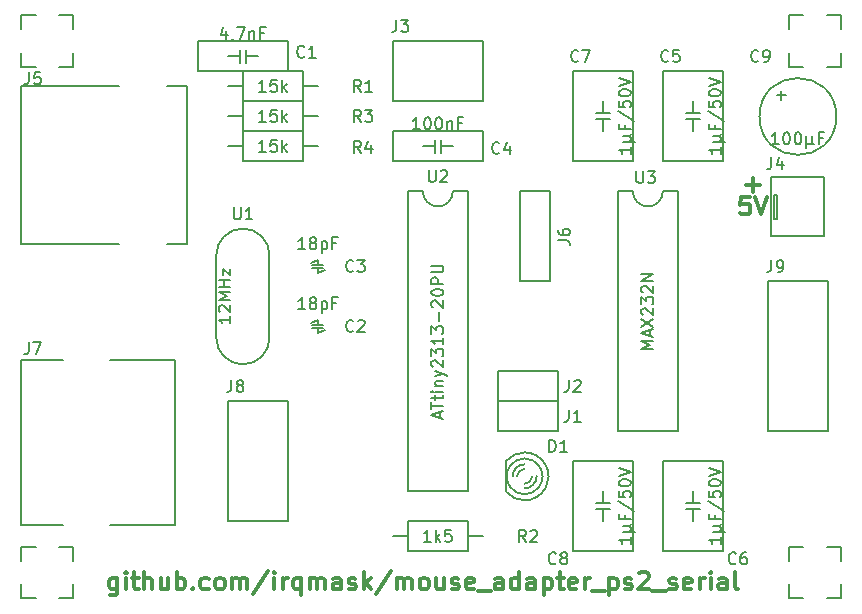
<source format=gbr>
G04 #@! TF.GenerationSoftware,KiCad,Pcbnew,5.1.12-84ad8e8a86~92~ubuntu20.04.1*
G04 #@! TF.CreationDate,2021-12-10T13:48:26+01:00*
G04 #@! TF.ProjectId,mouse,6d6f7573-652e-46b6-9963-61645f706362,1*
G04 #@! TF.SameCoordinates,Original*
G04 #@! TF.FileFunction,Legend,Top*
G04 #@! TF.FilePolarity,Positive*
%FSLAX46Y46*%
G04 Gerber Fmt 4.6, Leading zero omitted, Abs format (unit mm)*
G04 Created by KiCad (PCBNEW 5.1.12-84ad8e8a86~92~ubuntu20.04.1) date 2021-12-10 13:48:26*
%MOMM*%
%LPD*%
G01*
G04 APERTURE LIST*
%ADD10C,0.300000*%
%ADD11C,0.150000*%
G04 APERTURE END LIST*
D10*
X106932857Y-115938571D02*
X106932857Y-117152857D01*
X106861428Y-117295714D01*
X106789999Y-117367142D01*
X106647142Y-117438571D01*
X106432857Y-117438571D01*
X106289999Y-117367142D01*
X106932857Y-116867142D02*
X106789999Y-116938571D01*
X106504285Y-116938571D01*
X106361428Y-116867142D01*
X106289999Y-116795714D01*
X106218571Y-116652857D01*
X106218571Y-116224285D01*
X106289999Y-116081428D01*
X106361428Y-116010000D01*
X106504285Y-115938571D01*
X106789999Y-115938571D01*
X106932857Y-116010000D01*
X107647142Y-116938571D02*
X107647142Y-115938571D01*
X107647142Y-115438571D02*
X107575714Y-115510000D01*
X107647142Y-115581428D01*
X107718571Y-115510000D01*
X107647142Y-115438571D01*
X107647142Y-115581428D01*
X108147142Y-115938571D02*
X108718571Y-115938571D01*
X108361428Y-115438571D02*
X108361428Y-116724285D01*
X108432857Y-116867142D01*
X108575714Y-116938571D01*
X108718571Y-116938571D01*
X109218571Y-116938571D02*
X109218571Y-115438571D01*
X109861428Y-116938571D02*
X109861428Y-116152857D01*
X109789999Y-116010000D01*
X109647142Y-115938571D01*
X109432857Y-115938571D01*
X109289999Y-116010000D01*
X109218571Y-116081428D01*
X111218571Y-115938571D02*
X111218571Y-116938571D01*
X110575714Y-115938571D02*
X110575714Y-116724285D01*
X110647142Y-116867142D01*
X110789999Y-116938571D01*
X111004285Y-116938571D01*
X111147142Y-116867142D01*
X111218571Y-116795714D01*
X111932857Y-116938571D02*
X111932857Y-115438571D01*
X111932857Y-116010000D02*
X112075714Y-115938571D01*
X112361428Y-115938571D01*
X112504285Y-116010000D01*
X112575714Y-116081428D01*
X112647142Y-116224285D01*
X112647142Y-116652857D01*
X112575714Y-116795714D01*
X112504285Y-116867142D01*
X112361428Y-116938571D01*
X112075714Y-116938571D01*
X111932857Y-116867142D01*
X113289999Y-116795714D02*
X113361428Y-116867142D01*
X113289999Y-116938571D01*
X113218571Y-116867142D01*
X113289999Y-116795714D01*
X113289999Y-116938571D01*
X114647142Y-116867142D02*
X114504285Y-116938571D01*
X114218571Y-116938571D01*
X114075714Y-116867142D01*
X114004285Y-116795714D01*
X113932857Y-116652857D01*
X113932857Y-116224285D01*
X114004285Y-116081428D01*
X114075714Y-116010000D01*
X114218571Y-115938571D01*
X114504285Y-115938571D01*
X114647142Y-116010000D01*
X115504285Y-116938571D02*
X115361428Y-116867142D01*
X115289999Y-116795714D01*
X115218571Y-116652857D01*
X115218571Y-116224285D01*
X115289999Y-116081428D01*
X115361428Y-116010000D01*
X115504285Y-115938571D01*
X115718571Y-115938571D01*
X115861428Y-116010000D01*
X115932857Y-116081428D01*
X116004285Y-116224285D01*
X116004285Y-116652857D01*
X115932857Y-116795714D01*
X115861428Y-116867142D01*
X115718571Y-116938571D01*
X115504285Y-116938571D01*
X116647142Y-116938571D02*
X116647142Y-115938571D01*
X116647142Y-116081428D02*
X116718571Y-116010000D01*
X116861428Y-115938571D01*
X117075714Y-115938571D01*
X117218571Y-116010000D01*
X117289999Y-116152857D01*
X117289999Y-116938571D01*
X117289999Y-116152857D02*
X117361428Y-116010000D01*
X117504285Y-115938571D01*
X117718571Y-115938571D01*
X117861428Y-116010000D01*
X117932857Y-116152857D01*
X117932857Y-116938571D01*
X119718571Y-115367142D02*
X118432857Y-117295714D01*
X120218571Y-116938571D02*
X120218571Y-115938571D01*
X120218571Y-115438571D02*
X120147142Y-115510000D01*
X120218571Y-115581428D01*
X120289999Y-115510000D01*
X120218571Y-115438571D01*
X120218571Y-115581428D01*
X120932857Y-116938571D02*
X120932857Y-115938571D01*
X120932857Y-116224285D02*
X121004285Y-116081428D01*
X121075714Y-116010000D01*
X121218571Y-115938571D01*
X121361428Y-115938571D01*
X122504285Y-115938571D02*
X122504285Y-117438571D01*
X122504285Y-116867142D02*
X122361428Y-116938571D01*
X122075714Y-116938571D01*
X121932857Y-116867142D01*
X121861428Y-116795714D01*
X121789999Y-116652857D01*
X121789999Y-116224285D01*
X121861428Y-116081428D01*
X121932857Y-116010000D01*
X122075714Y-115938571D01*
X122361428Y-115938571D01*
X122504285Y-116010000D01*
X123218571Y-116938571D02*
X123218571Y-115938571D01*
X123218571Y-116081428D02*
X123290000Y-116010000D01*
X123432857Y-115938571D01*
X123647142Y-115938571D01*
X123790000Y-116010000D01*
X123861428Y-116152857D01*
X123861428Y-116938571D01*
X123861428Y-116152857D02*
X123932857Y-116010000D01*
X124075714Y-115938571D01*
X124290000Y-115938571D01*
X124432857Y-116010000D01*
X124504285Y-116152857D01*
X124504285Y-116938571D01*
X125861428Y-116938571D02*
X125861428Y-116152857D01*
X125790000Y-116010000D01*
X125647142Y-115938571D01*
X125361428Y-115938571D01*
X125218571Y-116010000D01*
X125861428Y-116867142D02*
X125718571Y-116938571D01*
X125361428Y-116938571D01*
X125218571Y-116867142D01*
X125147142Y-116724285D01*
X125147142Y-116581428D01*
X125218571Y-116438571D01*
X125361428Y-116367142D01*
X125718571Y-116367142D01*
X125861428Y-116295714D01*
X126504285Y-116867142D02*
X126647142Y-116938571D01*
X126932857Y-116938571D01*
X127075714Y-116867142D01*
X127147142Y-116724285D01*
X127147142Y-116652857D01*
X127075714Y-116510000D01*
X126932857Y-116438571D01*
X126718571Y-116438571D01*
X126575714Y-116367142D01*
X126504285Y-116224285D01*
X126504285Y-116152857D01*
X126575714Y-116010000D01*
X126718571Y-115938571D01*
X126932857Y-115938571D01*
X127075714Y-116010000D01*
X127790000Y-116938571D02*
X127790000Y-115438571D01*
X127932857Y-116367142D02*
X128361428Y-116938571D01*
X128361428Y-115938571D02*
X127790000Y-116510000D01*
X130075714Y-115367142D02*
X128789999Y-117295714D01*
X130575714Y-116938571D02*
X130575714Y-115938571D01*
X130575714Y-116081428D02*
X130647142Y-116010000D01*
X130789999Y-115938571D01*
X131004285Y-115938571D01*
X131147142Y-116010000D01*
X131218571Y-116152857D01*
X131218571Y-116938571D01*
X131218571Y-116152857D02*
X131289999Y-116010000D01*
X131432857Y-115938571D01*
X131647142Y-115938571D01*
X131789999Y-116010000D01*
X131861428Y-116152857D01*
X131861428Y-116938571D01*
X132789999Y-116938571D02*
X132647142Y-116867142D01*
X132575714Y-116795714D01*
X132504285Y-116652857D01*
X132504285Y-116224285D01*
X132575714Y-116081428D01*
X132647142Y-116010000D01*
X132789999Y-115938571D01*
X133004285Y-115938571D01*
X133147142Y-116010000D01*
X133218571Y-116081428D01*
X133289999Y-116224285D01*
X133289999Y-116652857D01*
X133218571Y-116795714D01*
X133147142Y-116867142D01*
X133004285Y-116938571D01*
X132789999Y-116938571D01*
X134575714Y-115938571D02*
X134575714Y-116938571D01*
X133932857Y-115938571D02*
X133932857Y-116724285D01*
X134004285Y-116867142D01*
X134147142Y-116938571D01*
X134361428Y-116938571D01*
X134504285Y-116867142D01*
X134575714Y-116795714D01*
X135218571Y-116867142D02*
X135361428Y-116938571D01*
X135647142Y-116938571D01*
X135790000Y-116867142D01*
X135861428Y-116724285D01*
X135861428Y-116652857D01*
X135790000Y-116510000D01*
X135647142Y-116438571D01*
X135432857Y-116438571D01*
X135290000Y-116367142D01*
X135218571Y-116224285D01*
X135218571Y-116152857D01*
X135290000Y-116010000D01*
X135432857Y-115938571D01*
X135647142Y-115938571D01*
X135790000Y-116010000D01*
X137075714Y-116867142D02*
X136932857Y-116938571D01*
X136647142Y-116938571D01*
X136504285Y-116867142D01*
X136432857Y-116724285D01*
X136432857Y-116152857D01*
X136504285Y-116010000D01*
X136647142Y-115938571D01*
X136932857Y-115938571D01*
X137075714Y-116010000D01*
X137147142Y-116152857D01*
X137147142Y-116295714D01*
X136432857Y-116438571D01*
X137432857Y-117081428D02*
X138575714Y-117081428D01*
X139575714Y-116938571D02*
X139575714Y-116152857D01*
X139504285Y-116010000D01*
X139361428Y-115938571D01*
X139075714Y-115938571D01*
X138932857Y-116010000D01*
X139575714Y-116867142D02*
X139432857Y-116938571D01*
X139075714Y-116938571D01*
X138932857Y-116867142D01*
X138861428Y-116724285D01*
X138861428Y-116581428D01*
X138932857Y-116438571D01*
X139075714Y-116367142D01*
X139432857Y-116367142D01*
X139575714Y-116295714D01*
X140932857Y-116938571D02*
X140932857Y-115438571D01*
X140932857Y-116867142D02*
X140790000Y-116938571D01*
X140504285Y-116938571D01*
X140361428Y-116867142D01*
X140290000Y-116795714D01*
X140218571Y-116652857D01*
X140218571Y-116224285D01*
X140290000Y-116081428D01*
X140361428Y-116010000D01*
X140504285Y-115938571D01*
X140790000Y-115938571D01*
X140932857Y-116010000D01*
X142290000Y-116938571D02*
X142290000Y-116152857D01*
X142218571Y-116010000D01*
X142075714Y-115938571D01*
X141790000Y-115938571D01*
X141647142Y-116010000D01*
X142290000Y-116867142D02*
X142147142Y-116938571D01*
X141790000Y-116938571D01*
X141647142Y-116867142D01*
X141575714Y-116724285D01*
X141575714Y-116581428D01*
X141647142Y-116438571D01*
X141790000Y-116367142D01*
X142147142Y-116367142D01*
X142290000Y-116295714D01*
X143004285Y-115938571D02*
X143004285Y-117438571D01*
X143004285Y-116010000D02*
X143147142Y-115938571D01*
X143432857Y-115938571D01*
X143575714Y-116010000D01*
X143647142Y-116081428D01*
X143718571Y-116224285D01*
X143718571Y-116652857D01*
X143647142Y-116795714D01*
X143575714Y-116867142D01*
X143432857Y-116938571D01*
X143147142Y-116938571D01*
X143004285Y-116867142D01*
X144147142Y-115938571D02*
X144718571Y-115938571D01*
X144361428Y-115438571D02*
X144361428Y-116724285D01*
X144432857Y-116867142D01*
X144575714Y-116938571D01*
X144718571Y-116938571D01*
X145790000Y-116867142D02*
X145647142Y-116938571D01*
X145361428Y-116938571D01*
X145218571Y-116867142D01*
X145147142Y-116724285D01*
X145147142Y-116152857D01*
X145218571Y-116010000D01*
X145361428Y-115938571D01*
X145647142Y-115938571D01*
X145790000Y-116010000D01*
X145861428Y-116152857D01*
X145861428Y-116295714D01*
X145147142Y-116438571D01*
X146504285Y-116938571D02*
X146504285Y-115938571D01*
X146504285Y-116224285D02*
X146575714Y-116081428D01*
X146647142Y-116010000D01*
X146790000Y-115938571D01*
X146932857Y-115938571D01*
X147075714Y-117081428D02*
X148218571Y-117081428D01*
X148575714Y-115938571D02*
X148575714Y-117438571D01*
X148575714Y-116010000D02*
X148718571Y-115938571D01*
X149004285Y-115938571D01*
X149147142Y-116010000D01*
X149218571Y-116081428D01*
X149290000Y-116224285D01*
X149290000Y-116652857D01*
X149218571Y-116795714D01*
X149147142Y-116867142D01*
X149004285Y-116938571D01*
X148718571Y-116938571D01*
X148575714Y-116867142D01*
X149861428Y-116867142D02*
X150004285Y-116938571D01*
X150290000Y-116938571D01*
X150432857Y-116867142D01*
X150504285Y-116724285D01*
X150504285Y-116652857D01*
X150432857Y-116510000D01*
X150290000Y-116438571D01*
X150075714Y-116438571D01*
X149932857Y-116367142D01*
X149861428Y-116224285D01*
X149861428Y-116152857D01*
X149932857Y-116010000D01*
X150075714Y-115938571D01*
X150290000Y-115938571D01*
X150432857Y-116010000D01*
X151075714Y-115581428D02*
X151147142Y-115510000D01*
X151290000Y-115438571D01*
X151647142Y-115438571D01*
X151790000Y-115510000D01*
X151861428Y-115581428D01*
X151932857Y-115724285D01*
X151932857Y-115867142D01*
X151861428Y-116081428D01*
X151004285Y-116938571D01*
X151932857Y-116938571D01*
X152218571Y-117081428D02*
X153361428Y-117081428D01*
X153647142Y-116867142D02*
X153790000Y-116938571D01*
X154075714Y-116938571D01*
X154218571Y-116867142D01*
X154290000Y-116724285D01*
X154290000Y-116652857D01*
X154218571Y-116510000D01*
X154075714Y-116438571D01*
X153861428Y-116438571D01*
X153718571Y-116367142D01*
X153647142Y-116224285D01*
X153647142Y-116152857D01*
X153718571Y-116010000D01*
X153861428Y-115938571D01*
X154075714Y-115938571D01*
X154218571Y-116010000D01*
X155504285Y-116867142D02*
X155361428Y-116938571D01*
X155075714Y-116938571D01*
X154932857Y-116867142D01*
X154861428Y-116724285D01*
X154861428Y-116152857D01*
X154932857Y-116010000D01*
X155075714Y-115938571D01*
X155361428Y-115938571D01*
X155504285Y-116010000D01*
X155575714Y-116152857D01*
X155575714Y-116295714D01*
X154861428Y-116438571D01*
X156218571Y-116938571D02*
X156218571Y-115938571D01*
X156218571Y-116224285D02*
X156290000Y-116081428D01*
X156361428Y-116010000D01*
X156504285Y-115938571D01*
X156647142Y-115938571D01*
X157147142Y-116938571D02*
X157147142Y-115938571D01*
X157147142Y-115438571D02*
X157075714Y-115510000D01*
X157147142Y-115581428D01*
X157218571Y-115510000D01*
X157147142Y-115438571D01*
X157147142Y-115581428D01*
X158504285Y-116938571D02*
X158504285Y-116152857D01*
X158432857Y-116010000D01*
X158290000Y-115938571D01*
X158004285Y-115938571D01*
X157861428Y-116010000D01*
X158504285Y-116867142D02*
X158361428Y-116938571D01*
X158004285Y-116938571D01*
X157861428Y-116867142D01*
X157790000Y-116724285D01*
X157790000Y-116581428D01*
X157861428Y-116438571D01*
X158004285Y-116367142D01*
X158361428Y-116367142D01*
X158504285Y-116295714D01*
X159432857Y-116938571D02*
X159290000Y-116867142D01*
X159218571Y-116724285D01*
X159218571Y-115438571D01*
X160444285Y-83688571D02*
X159730000Y-83688571D01*
X159658571Y-84402857D01*
X159730000Y-84331428D01*
X159872857Y-84260000D01*
X160230000Y-84260000D01*
X160372857Y-84331428D01*
X160444285Y-84402857D01*
X160515714Y-84545714D01*
X160515714Y-84902857D01*
X160444285Y-85045714D01*
X160372857Y-85117142D01*
X160230000Y-85188571D01*
X159872857Y-85188571D01*
X159730000Y-85117142D01*
X159658571Y-85045714D01*
X160944285Y-83688571D02*
X161444285Y-85188571D01*
X161944285Y-83688571D01*
X160158571Y-82712142D02*
X161301428Y-82712142D01*
X160730000Y-83283571D02*
X160730000Y-82140714D01*
D11*
X98800000Y-114500000D02*
X98800000Y-113300000D01*
X98800000Y-113300000D02*
X100000000Y-113300000D01*
X98800000Y-116500000D02*
X98800000Y-117700000D01*
X98800000Y-117700000D02*
X100000000Y-117700000D01*
X102000000Y-117700000D02*
X103200000Y-117700000D01*
X103200000Y-117700000D02*
X103200000Y-116500000D01*
X103200000Y-114500000D02*
X103200000Y-113300000D01*
X103200000Y-113300000D02*
X102000000Y-113300000D01*
X163800000Y-114500000D02*
X163800000Y-113300000D01*
X163800000Y-113300000D02*
X165000000Y-113300000D01*
X163800000Y-116500000D02*
X163800000Y-117700000D01*
X163800000Y-117700000D02*
X165000000Y-117700000D01*
X167000000Y-117700000D02*
X168200000Y-117700000D01*
X168200000Y-117700000D02*
X168200000Y-116500000D01*
X168200000Y-114500000D02*
X168200000Y-113300000D01*
X168200000Y-113300000D02*
X167000000Y-113300000D01*
X163800000Y-69500000D02*
X163800000Y-68300000D01*
X163800000Y-68300000D02*
X165000000Y-68300000D01*
X163800000Y-71500000D02*
X163800000Y-72700000D01*
X163800000Y-72700000D02*
X165000000Y-72700000D01*
X167000000Y-72700000D02*
X168200000Y-72700000D01*
X168200000Y-72700000D02*
X168200000Y-71500000D01*
X168200000Y-69500000D02*
X168200000Y-68300000D01*
X168200000Y-68300000D02*
X167000000Y-68300000D01*
X98800000Y-69500000D02*
X98800000Y-68300000D01*
X98800000Y-68300000D02*
X100000000Y-68300000D01*
X98800000Y-71500000D02*
X98800000Y-72700000D01*
X98800000Y-72700000D02*
X100000000Y-72700000D01*
X102000000Y-72700000D02*
X103200000Y-72700000D01*
X103200000Y-72700000D02*
X103200000Y-71500000D01*
X103200000Y-69500000D02*
X103200000Y-68300000D01*
X103200000Y-68300000D02*
X102000000Y-68300000D01*
X98800000Y-111500000D02*
X102300000Y-111500000D01*
X111800000Y-111500000D02*
X106300000Y-111500000D01*
X111800000Y-97500000D02*
X106300000Y-97500000D01*
X102300000Y-97500000D02*
X98800000Y-97500000D01*
X111800000Y-97500000D02*
X111800000Y-111500000D01*
X98800000Y-111500000D02*
X98800000Y-97500000D01*
X123900000Y-95228800D02*
X124509600Y-94974800D01*
X123900000Y-94822400D02*
X123900000Y-95228800D01*
X123900000Y-94111200D02*
X123290400Y-94365200D01*
X123900000Y-94517600D02*
X123900000Y-94111200D01*
X124357200Y-94822400D02*
X123442800Y-94822400D01*
X124357200Y-94517600D02*
X123442800Y-94517600D01*
X124357200Y-89437600D02*
X123442800Y-89437600D01*
X124357200Y-89742400D02*
X123442800Y-89742400D01*
X123900000Y-89437600D02*
X123900000Y-89031200D01*
X123900000Y-89031200D02*
X123290400Y-89285200D01*
X123900000Y-89742400D02*
X123900000Y-90148800D01*
X123900000Y-90148800D02*
X124509600Y-89894800D01*
X134314000Y-80001500D02*
X134314000Y-78858500D01*
X133806000Y-78858500D02*
X133806000Y-80001500D01*
X133806000Y-79430000D02*
X132790000Y-79430000D01*
X134314000Y-79430000D02*
X135330000Y-79430000D01*
X137870000Y-78160000D02*
X137870000Y-80700000D01*
X130250000Y-78160000D02*
X137870000Y-78160000D01*
X130250000Y-80700000D02*
X130250000Y-78160000D01*
X137870000Y-80700000D02*
X130250000Y-80700000D01*
X153110000Y-73080000D02*
X153110000Y-78160000D01*
X158190000Y-73080000D02*
X153110000Y-73080000D01*
X158190000Y-78160000D02*
X158190000Y-73080000D01*
X153110000Y-80700000D02*
X158190000Y-80700000D01*
X156221500Y-76636000D02*
X155078500Y-76636000D01*
X155078500Y-77144000D02*
X156221500Y-77144000D01*
X155650000Y-77144000D02*
X155650000Y-78160000D01*
X155650000Y-76636000D02*
X155650000Y-75620000D01*
X158190000Y-80700000D02*
X158190000Y-78160000D01*
X153110000Y-78160000D02*
X153110000Y-80700000D01*
X158190000Y-108640000D02*
X158190000Y-106100000D01*
X153110000Y-106100000D02*
X153110000Y-108640000D01*
X155650000Y-110164000D02*
X155650000Y-111180000D01*
X155650000Y-109656000D02*
X155650000Y-108640000D01*
X156221500Y-109656000D02*
X155078500Y-109656000D01*
X155078500Y-110164000D02*
X156221500Y-110164000D01*
X158190000Y-106100000D02*
X153110000Y-106100000D01*
X153110000Y-108640000D02*
X153110000Y-113720000D01*
X153110000Y-113720000D02*
X158190000Y-113720000D01*
X158190000Y-113720000D02*
X158190000Y-108640000D01*
X150570000Y-75620000D02*
X150570000Y-73080000D01*
X145490000Y-73080000D02*
X145490000Y-75620000D01*
X148030000Y-77144000D02*
X148030000Y-78160000D01*
X148030000Y-76636000D02*
X148030000Y-75620000D01*
X148601500Y-76636000D02*
X147458500Y-76636000D01*
X147458500Y-77144000D02*
X148601500Y-77144000D01*
X150570000Y-73080000D02*
X145490000Y-73080000D01*
X145490000Y-75620000D02*
X145490000Y-80700000D01*
X145490000Y-80700000D02*
X150570000Y-80700000D01*
X150570000Y-80700000D02*
X150570000Y-75620000D01*
X145490000Y-106100000D02*
X145490000Y-111180000D01*
X150570000Y-106100000D02*
X145490000Y-106100000D01*
X150570000Y-111180000D02*
X150570000Y-106100000D01*
X145490000Y-113720000D02*
X150570000Y-113720000D01*
X148601500Y-109656000D02*
X147458500Y-109656000D01*
X147458500Y-110164000D02*
X148601500Y-110164000D01*
X148030000Y-110164000D02*
X148030000Y-111180000D01*
X148030000Y-109656000D02*
X148030000Y-108640000D01*
X150570000Y-113720000D02*
X150570000Y-111180000D01*
X145490000Y-111180000D02*
X145490000Y-113720000D01*
X167791200Y-76890000D02*
G75*
G03*
X167791200Y-76890000I-3251200J0D01*
G01*
X162762000Y-75112000D02*
X163524000Y-75112000D01*
X163143000Y-75493000D02*
X163143000Y-74731000D01*
X139825566Y-106090989D02*
X139825566Y-108630989D01*
X142571230Y-108336516D02*
G75*
G03*
X142924366Y-107360989I-1170864J975527D01*
G01*
X142922477Y-107360520D02*
G75*
G03*
X142538286Y-106350069I-1522111J-469D01*
G01*
X139878219Y-107361023D02*
G75*
G03*
X140244666Y-108351589I1522147J34D01*
G01*
X140229502Y-106385462D02*
G75*
G03*
X139876366Y-107360989I1170864J-975527D01*
G01*
X140161200Y-108248144D02*
G75*
G03*
X141400366Y-108884989I1239166J887155D01*
G01*
X141401167Y-108884989D02*
G75*
G03*
X142619566Y-108275389I-801J1524000D01*
G01*
X141399924Y-105838783D02*
G75*
G03*
X140198946Y-106426269I442J-1522206D01*
G01*
X142602930Y-106424818D02*
G75*
G03*
X141400366Y-105836989I-1202564J-936171D01*
G01*
X141400366Y-107995989D02*
G75*
G03*
X142035366Y-107360989I0J635000D01*
G01*
X141400366Y-108376989D02*
G75*
G03*
X142416366Y-107360989I0J1016000D01*
G01*
X141400366Y-106725989D02*
G75*
G03*
X140765366Y-107360989I0J-635000D01*
G01*
X141400366Y-106344989D02*
G75*
G03*
X140384366Y-107360989I0J-1016000D01*
G01*
X139841486Y-108664415D02*
G75*
G03*
X141400366Y-109392989I1558880J1303426D01*
G01*
X141401341Y-109390449D02*
G75*
G03*
X143191066Y-108316029I-975J2029460D01*
G01*
X141397814Y-105331603D02*
G75*
G03*
X139850966Y-106050349I2552J-2029386D01*
G01*
X143163665Y-106351138D02*
G75*
G03*
X141400366Y-105328989I-1763299J-1009851D01*
G01*
X143189496Y-108324336D02*
G75*
G03*
X143432366Y-107360989I-1789130J963347D01*
G01*
X143431289Y-107360889D02*
G75*
G03*
X143130106Y-106296729I-2030923J-100D01*
G01*
X139140000Y-103560000D02*
X139140000Y-101020000D01*
X144220000Y-103560000D02*
X139140000Y-103560000D01*
X144220000Y-101020000D02*
X144220000Y-103560000D01*
X139140000Y-101020000D02*
X144220000Y-101020000D01*
X139140000Y-98480000D02*
X144220000Y-98480000D01*
X144220000Y-98480000D02*
X144220000Y-101020000D01*
X144220000Y-101020000D02*
X139140000Y-101020000D01*
X139140000Y-101020000D02*
X139140000Y-98480000D01*
X137870000Y-70540000D02*
X137870000Y-75620000D01*
X130250000Y-70540000D02*
X137870000Y-70540000D01*
X130250000Y-75620000D02*
X130250000Y-70540000D01*
X137870000Y-75620000D02*
X130250000Y-75620000D01*
X166790440Y-82030960D02*
X162289560Y-82030960D01*
X166790440Y-87029680D02*
X166790440Y-82030960D01*
X162289560Y-87029680D02*
X166790440Y-87029680D01*
X162289560Y-82030960D02*
X162289560Y-87029680D01*
X162541020Y-83529560D02*
X162541020Y-85531080D01*
X162789940Y-83529560D02*
X162541020Y-83529560D01*
X162789940Y-85531080D02*
X162789940Y-83529560D01*
X162541020Y-85531080D02*
X162789940Y-85531080D01*
X98800000Y-74350000D02*
X107100000Y-74350000D01*
X98800000Y-87650000D02*
X98800000Y-74350000D01*
X98800000Y-87650000D02*
X107100000Y-87650000D01*
X112850000Y-87650000D02*
X111100000Y-87650000D01*
X112850000Y-74350000D02*
X112850000Y-87650000D01*
X111100000Y-74350000D02*
X112850000Y-74350000D01*
X140970000Y-83240000D02*
X143510000Y-83240000D01*
X140970000Y-90860000D02*
X140970000Y-83240000D01*
X143510000Y-90860000D02*
X140970000Y-90860000D01*
X143510000Y-83240000D02*
X143510000Y-90860000D01*
X116280000Y-101020000D02*
X121360000Y-101020000D01*
X116280000Y-111180000D02*
X116280000Y-101020000D01*
X121360000Y-111180000D02*
X116280000Y-111180000D01*
X121360000Y-101020000D02*
X121360000Y-111180000D01*
X162000000Y-90860000D02*
X167080000Y-90860000D01*
X162000000Y-103560000D02*
X162000000Y-90860000D01*
X167080000Y-103560000D02*
X162000000Y-103560000D01*
X167080000Y-90860000D02*
X167080000Y-103560000D01*
X117550000Y-73080000D02*
X122630000Y-73080000D01*
X122630000Y-73080000D02*
X122630000Y-75620000D01*
X122630000Y-75620000D02*
X117550000Y-75620000D01*
X117550000Y-75620000D02*
X117550000Y-73080000D01*
X117550000Y-74350000D02*
X116280000Y-74350000D01*
X122630000Y-74350000D02*
X123900000Y-74350000D01*
X136600000Y-112450000D02*
X137870000Y-112450000D01*
X131520000Y-112450000D02*
X130250000Y-112450000D01*
X131520000Y-113720000D02*
X131520000Y-111180000D01*
X136600000Y-113720000D02*
X131520000Y-113720000D01*
X136600000Y-111180000D02*
X136600000Y-113720000D01*
X131520000Y-111180000D02*
X136600000Y-111180000D01*
X117550000Y-75620000D02*
X122630000Y-75620000D01*
X122630000Y-75620000D02*
X122630000Y-78160000D01*
X122630000Y-78160000D02*
X117550000Y-78160000D01*
X117550000Y-78160000D02*
X117550000Y-75620000D01*
X117550000Y-76890000D02*
X116280000Y-76890000D01*
X122630000Y-76890000D02*
X123900000Y-76890000D01*
X122630000Y-79430000D02*
X123900000Y-79430000D01*
X117550000Y-79430000D02*
X116280000Y-79430000D01*
X117550000Y-80700000D02*
X117550000Y-78160000D01*
X122630000Y-80700000D02*
X117550000Y-80700000D01*
X122630000Y-78160000D02*
X122630000Y-80700000D01*
X117550000Y-78160000D02*
X122630000Y-78160000D01*
X119800440Y-95630120D02*
X119800440Y-88629880D01*
X115299560Y-95630120D02*
X115299560Y-88629880D01*
X119800440Y-88629880D02*
G75*
G03*
X117550000Y-86379440I-2250440J0D01*
G01*
X117550000Y-86379440D02*
G75*
G03*
X115299560Y-88629880I0J-2250440D01*
G01*
X115299560Y-95630120D02*
G75*
G03*
X117550000Y-97880560I2250440J0D01*
G01*
X117550000Y-97880560D02*
G75*
G03*
X119800440Y-95630120I0J2250440D01*
G01*
X149300000Y-83240000D02*
X150570000Y-83240000D01*
X153110000Y-83240000D02*
X154380000Y-83240000D01*
X149300000Y-103560000D02*
X149300000Y-83240000D01*
X154380000Y-103560000D02*
X149300000Y-103560000D01*
X154380000Y-83240000D02*
X154380000Y-103560000D01*
X150570000Y-83240000D02*
G75*
G03*
X151840000Y-84510000I1270000J0D01*
G01*
X151840000Y-84510000D02*
G75*
G03*
X153110000Y-83240000I0J1270000D01*
G01*
X131520000Y-83240000D02*
X132790000Y-83240000D01*
X135330000Y-83240000D02*
X136600000Y-83240000D01*
X131520000Y-108640000D02*
X131520000Y-83240000D01*
X136600000Y-108640000D02*
X131520000Y-108640000D01*
X136600000Y-83240000D02*
X136600000Y-108640000D01*
X132790000Y-83240000D02*
G75*
G03*
X134060000Y-84510000I1270000J0D01*
G01*
X134060000Y-84510000D02*
G75*
G03*
X135330000Y-83240000I0J1270000D01*
G01*
X117296000Y-71238500D02*
X117296000Y-72381500D01*
X117804000Y-72381500D02*
X117804000Y-71238500D01*
X117804000Y-71810000D02*
X118820000Y-71810000D01*
X117296000Y-71810000D02*
X116280000Y-71810000D01*
X113740000Y-73080000D02*
X113740000Y-70540000D01*
X121360000Y-73080000D02*
X113740000Y-73080000D01*
X121360000Y-70540000D02*
X121360000Y-73080000D01*
X113740000Y-70540000D02*
X121360000Y-70540000D01*
X99436666Y-96027380D02*
X99436666Y-96741666D01*
X99389047Y-96884523D01*
X99293809Y-96979761D01*
X99150952Y-97027380D01*
X99055714Y-97027380D01*
X99817619Y-96027380D02*
X100484285Y-96027380D01*
X100055714Y-97027380D01*
X126908333Y-95027142D02*
X126860714Y-95074761D01*
X126717857Y-95122380D01*
X126622619Y-95122380D01*
X126479761Y-95074761D01*
X126384523Y-94979523D01*
X126336904Y-94884285D01*
X126289285Y-94693809D01*
X126289285Y-94550952D01*
X126336904Y-94360476D01*
X126384523Y-94265238D01*
X126479761Y-94170000D01*
X126622619Y-94122380D01*
X126717857Y-94122380D01*
X126860714Y-94170000D01*
X126908333Y-94217619D01*
X127289285Y-94217619D02*
X127336904Y-94170000D01*
X127432142Y-94122380D01*
X127670238Y-94122380D01*
X127765476Y-94170000D01*
X127813095Y-94217619D01*
X127860714Y-94312857D01*
X127860714Y-94408095D01*
X127813095Y-94550952D01*
X127241666Y-95122380D01*
X127860714Y-95122380D01*
X122828571Y-93217380D02*
X122257142Y-93217380D01*
X122542857Y-93217380D02*
X122542857Y-92217380D01*
X122447619Y-92360238D01*
X122352380Y-92455476D01*
X122257142Y-92503095D01*
X123400000Y-92645952D02*
X123304761Y-92598333D01*
X123257142Y-92550714D01*
X123209523Y-92455476D01*
X123209523Y-92407857D01*
X123257142Y-92312619D01*
X123304761Y-92265000D01*
X123400000Y-92217380D01*
X123590476Y-92217380D01*
X123685714Y-92265000D01*
X123733333Y-92312619D01*
X123780952Y-92407857D01*
X123780952Y-92455476D01*
X123733333Y-92550714D01*
X123685714Y-92598333D01*
X123590476Y-92645952D01*
X123400000Y-92645952D01*
X123304761Y-92693571D01*
X123257142Y-92741190D01*
X123209523Y-92836428D01*
X123209523Y-93026904D01*
X123257142Y-93122142D01*
X123304761Y-93169761D01*
X123400000Y-93217380D01*
X123590476Y-93217380D01*
X123685714Y-93169761D01*
X123733333Y-93122142D01*
X123780952Y-93026904D01*
X123780952Y-92836428D01*
X123733333Y-92741190D01*
X123685714Y-92693571D01*
X123590476Y-92645952D01*
X124209523Y-92550714D02*
X124209523Y-93550714D01*
X124209523Y-92598333D02*
X124304761Y-92550714D01*
X124495238Y-92550714D01*
X124590476Y-92598333D01*
X124638095Y-92645952D01*
X124685714Y-92741190D01*
X124685714Y-93026904D01*
X124638095Y-93122142D01*
X124590476Y-93169761D01*
X124495238Y-93217380D01*
X124304761Y-93217380D01*
X124209523Y-93169761D01*
X125447619Y-92693571D02*
X125114285Y-92693571D01*
X125114285Y-93217380D02*
X125114285Y-92217380D01*
X125590476Y-92217380D01*
X126908333Y-89947142D02*
X126860714Y-89994761D01*
X126717857Y-90042380D01*
X126622619Y-90042380D01*
X126479761Y-89994761D01*
X126384523Y-89899523D01*
X126336904Y-89804285D01*
X126289285Y-89613809D01*
X126289285Y-89470952D01*
X126336904Y-89280476D01*
X126384523Y-89185238D01*
X126479761Y-89090000D01*
X126622619Y-89042380D01*
X126717857Y-89042380D01*
X126860714Y-89090000D01*
X126908333Y-89137619D01*
X127241666Y-89042380D02*
X127860714Y-89042380D01*
X127527380Y-89423333D01*
X127670238Y-89423333D01*
X127765476Y-89470952D01*
X127813095Y-89518571D01*
X127860714Y-89613809D01*
X127860714Y-89851904D01*
X127813095Y-89947142D01*
X127765476Y-89994761D01*
X127670238Y-90042380D01*
X127384523Y-90042380D01*
X127289285Y-89994761D01*
X127241666Y-89947142D01*
X122828571Y-88137380D02*
X122257142Y-88137380D01*
X122542857Y-88137380D02*
X122542857Y-87137380D01*
X122447619Y-87280238D01*
X122352380Y-87375476D01*
X122257142Y-87423095D01*
X123400000Y-87565952D02*
X123304761Y-87518333D01*
X123257142Y-87470714D01*
X123209523Y-87375476D01*
X123209523Y-87327857D01*
X123257142Y-87232619D01*
X123304761Y-87185000D01*
X123400000Y-87137380D01*
X123590476Y-87137380D01*
X123685714Y-87185000D01*
X123733333Y-87232619D01*
X123780952Y-87327857D01*
X123780952Y-87375476D01*
X123733333Y-87470714D01*
X123685714Y-87518333D01*
X123590476Y-87565952D01*
X123400000Y-87565952D01*
X123304761Y-87613571D01*
X123257142Y-87661190D01*
X123209523Y-87756428D01*
X123209523Y-87946904D01*
X123257142Y-88042142D01*
X123304761Y-88089761D01*
X123400000Y-88137380D01*
X123590476Y-88137380D01*
X123685714Y-88089761D01*
X123733333Y-88042142D01*
X123780952Y-87946904D01*
X123780952Y-87756428D01*
X123733333Y-87661190D01*
X123685714Y-87613571D01*
X123590476Y-87565952D01*
X124209523Y-87470714D02*
X124209523Y-88470714D01*
X124209523Y-87518333D02*
X124304761Y-87470714D01*
X124495238Y-87470714D01*
X124590476Y-87518333D01*
X124638095Y-87565952D01*
X124685714Y-87661190D01*
X124685714Y-87946904D01*
X124638095Y-88042142D01*
X124590476Y-88089761D01*
X124495238Y-88137380D01*
X124304761Y-88137380D01*
X124209523Y-88089761D01*
X125447619Y-87613571D02*
X125114285Y-87613571D01*
X125114285Y-88137380D02*
X125114285Y-87137380D01*
X125590476Y-87137380D01*
X139273333Y-79967142D02*
X139225714Y-80014761D01*
X139082857Y-80062380D01*
X138987619Y-80062380D01*
X138844761Y-80014761D01*
X138749523Y-79919523D01*
X138701904Y-79824285D01*
X138654285Y-79633809D01*
X138654285Y-79490952D01*
X138701904Y-79300476D01*
X138749523Y-79205238D01*
X138844761Y-79110000D01*
X138987619Y-79062380D01*
X139082857Y-79062380D01*
X139225714Y-79110000D01*
X139273333Y-79157619D01*
X140130476Y-79395714D02*
X140130476Y-80062380D01*
X139892380Y-79014761D02*
X139654285Y-79729047D01*
X140273333Y-79729047D01*
X132512380Y-77977380D02*
X131940952Y-77977380D01*
X132226666Y-77977380D02*
X132226666Y-76977380D01*
X132131428Y-77120238D01*
X132036190Y-77215476D01*
X131940952Y-77263095D01*
X133131428Y-76977380D02*
X133226666Y-76977380D01*
X133321904Y-77025000D01*
X133369523Y-77072619D01*
X133417142Y-77167857D01*
X133464761Y-77358333D01*
X133464761Y-77596428D01*
X133417142Y-77786904D01*
X133369523Y-77882142D01*
X133321904Y-77929761D01*
X133226666Y-77977380D01*
X133131428Y-77977380D01*
X133036190Y-77929761D01*
X132988571Y-77882142D01*
X132940952Y-77786904D01*
X132893333Y-77596428D01*
X132893333Y-77358333D01*
X132940952Y-77167857D01*
X132988571Y-77072619D01*
X133036190Y-77025000D01*
X133131428Y-76977380D01*
X134083809Y-76977380D02*
X134179047Y-76977380D01*
X134274285Y-77025000D01*
X134321904Y-77072619D01*
X134369523Y-77167857D01*
X134417142Y-77358333D01*
X134417142Y-77596428D01*
X134369523Y-77786904D01*
X134321904Y-77882142D01*
X134274285Y-77929761D01*
X134179047Y-77977380D01*
X134083809Y-77977380D01*
X133988571Y-77929761D01*
X133940952Y-77882142D01*
X133893333Y-77786904D01*
X133845714Y-77596428D01*
X133845714Y-77358333D01*
X133893333Y-77167857D01*
X133940952Y-77072619D01*
X133988571Y-77025000D01*
X134083809Y-76977380D01*
X134845714Y-77310714D02*
X134845714Y-77977380D01*
X134845714Y-77405952D02*
X134893333Y-77358333D01*
X134988571Y-77310714D01*
X135131428Y-77310714D01*
X135226666Y-77358333D01*
X135274285Y-77453571D01*
X135274285Y-77977380D01*
X136083809Y-77453571D02*
X135750476Y-77453571D01*
X135750476Y-77977380D02*
X135750476Y-76977380D01*
X136226666Y-76977380D01*
X153578333Y-72167142D02*
X153530714Y-72214761D01*
X153387857Y-72262380D01*
X153292619Y-72262380D01*
X153149761Y-72214761D01*
X153054523Y-72119523D01*
X153006904Y-72024285D01*
X152959285Y-71833809D01*
X152959285Y-71690952D01*
X153006904Y-71500476D01*
X153054523Y-71405238D01*
X153149761Y-71310000D01*
X153292619Y-71262380D01*
X153387857Y-71262380D01*
X153530714Y-71310000D01*
X153578333Y-71357619D01*
X154483095Y-71262380D02*
X154006904Y-71262380D01*
X153959285Y-71738571D01*
X154006904Y-71690952D01*
X154102142Y-71643333D01*
X154340238Y-71643333D01*
X154435476Y-71690952D01*
X154483095Y-71738571D01*
X154530714Y-71833809D01*
X154530714Y-72071904D01*
X154483095Y-72167142D01*
X154435476Y-72214761D01*
X154340238Y-72262380D01*
X154102142Y-72262380D01*
X154006904Y-72214761D01*
X153959285Y-72167142D01*
X158007380Y-79461428D02*
X158007380Y-80032857D01*
X158007380Y-79747142D02*
X157007380Y-79747142D01*
X157150238Y-79842380D01*
X157245476Y-79937619D01*
X157293095Y-80032857D01*
X157340714Y-79032857D02*
X158340714Y-79032857D01*
X157864523Y-78556666D02*
X157959761Y-78509047D01*
X158007380Y-78413809D01*
X157864523Y-79032857D02*
X157959761Y-78985238D01*
X158007380Y-78890000D01*
X158007380Y-78699523D01*
X157959761Y-78604285D01*
X157864523Y-78556666D01*
X157340714Y-78556666D01*
X157483571Y-77651904D02*
X157483571Y-77985238D01*
X158007380Y-77985238D02*
X157007380Y-77985238D01*
X157007380Y-77509047D01*
X156959761Y-76413809D02*
X158245476Y-77270952D01*
X157007380Y-75604285D02*
X157007380Y-76080476D01*
X157483571Y-76128095D01*
X157435952Y-76080476D01*
X157388333Y-75985238D01*
X157388333Y-75747142D01*
X157435952Y-75651904D01*
X157483571Y-75604285D01*
X157578809Y-75556666D01*
X157816904Y-75556666D01*
X157912142Y-75604285D01*
X157959761Y-75651904D01*
X158007380Y-75747142D01*
X158007380Y-75985238D01*
X157959761Y-76080476D01*
X157912142Y-76128095D01*
X157007380Y-74937619D02*
X157007380Y-74842380D01*
X157055000Y-74747142D01*
X157102619Y-74699523D01*
X157197857Y-74651904D01*
X157388333Y-74604285D01*
X157626428Y-74604285D01*
X157816904Y-74651904D01*
X157912142Y-74699523D01*
X157959761Y-74747142D01*
X158007380Y-74842380D01*
X158007380Y-74937619D01*
X157959761Y-75032857D01*
X157912142Y-75080476D01*
X157816904Y-75128095D01*
X157626428Y-75175714D01*
X157388333Y-75175714D01*
X157197857Y-75128095D01*
X157102619Y-75080476D01*
X157055000Y-75032857D01*
X157007380Y-74937619D01*
X157007380Y-74318571D02*
X158007380Y-73985238D01*
X157007380Y-73651904D01*
X159293333Y-114712142D02*
X159245714Y-114759761D01*
X159102857Y-114807380D01*
X159007619Y-114807380D01*
X158864761Y-114759761D01*
X158769523Y-114664523D01*
X158721904Y-114569285D01*
X158674285Y-114378809D01*
X158674285Y-114235952D01*
X158721904Y-114045476D01*
X158769523Y-113950238D01*
X158864761Y-113855000D01*
X159007619Y-113807380D01*
X159102857Y-113807380D01*
X159245714Y-113855000D01*
X159293333Y-113902619D01*
X160150476Y-113807380D02*
X159960000Y-113807380D01*
X159864761Y-113855000D01*
X159817142Y-113902619D01*
X159721904Y-114045476D01*
X159674285Y-114235952D01*
X159674285Y-114616904D01*
X159721904Y-114712142D01*
X159769523Y-114759761D01*
X159864761Y-114807380D01*
X160055238Y-114807380D01*
X160150476Y-114759761D01*
X160198095Y-114712142D01*
X160245714Y-114616904D01*
X160245714Y-114378809D01*
X160198095Y-114283571D01*
X160150476Y-114235952D01*
X160055238Y-114188333D01*
X159864761Y-114188333D01*
X159769523Y-114235952D01*
X159721904Y-114283571D01*
X159674285Y-114378809D01*
X158007380Y-112481428D02*
X158007380Y-113052857D01*
X158007380Y-112767142D02*
X157007380Y-112767142D01*
X157150238Y-112862380D01*
X157245476Y-112957619D01*
X157293095Y-113052857D01*
X157340714Y-112052857D02*
X158340714Y-112052857D01*
X157864523Y-111576666D02*
X157959761Y-111529047D01*
X158007380Y-111433809D01*
X157864523Y-112052857D02*
X157959761Y-112005238D01*
X158007380Y-111910000D01*
X158007380Y-111719523D01*
X157959761Y-111624285D01*
X157864523Y-111576666D01*
X157340714Y-111576666D01*
X157483571Y-110671904D02*
X157483571Y-111005238D01*
X158007380Y-111005238D02*
X157007380Y-111005238D01*
X157007380Y-110529047D01*
X156959761Y-109433809D02*
X158245476Y-110290952D01*
X157007380Y-108624285D02*
X157007380Y-109100476D01*
X157483571Y-109148095D01*
X157435952Y-109100476D01*
X157388333Y-109005238D01*
X157388333Y-108767142D01*
X157435952Y-108671904D01*
X157483571Y-108624285D01*
X157578809Y-108576666D01*
X157816904Y-108576666D01*
X157912142Y-108624285D01*
X157959761Y-108671904D01*
X158007380Y-108767142D01*
X158007380Y-109005238D01*
X157959761Y-109100476D01*
X157912142Y-109148095D01*
X157007380Y-107957619D02*
X157007380Y-107862380D01*
X157055000Y-107767142D01*
X157102619Y-107719523D01*
X157197857Y-107671904D01*
X157388333Y-107624285D01*
X157626428Y-107624285D01*
X157816904Y-107671904D01*
X157912142Y-107719523D01*
X157959761Y-107767142D01*
X158007380Y-107862380D01*
X158007380Y-107957619D01*
X157959761Y-108052857D01*
X157912142Y-108100476D01*
X157816904Y-108148095D01*
X157626428Y-108195714D01*
X157388333Y-108195714D01*
X157197857Y-108148095D01*
X157102619Y-108100476D01*
X157055000Y-108052857D01*
X157007380Y-107957619D01*
X157007380Y-107338571D02*
X158007380Y-107005238D01*
X157007380Y-106671904D01*
X145958333Y-72167142D02*
X145910714Y-72214761D01*
X145767857Y-72262380D01*
X145672619Y-72262380D01*
X145529761Y-72214761D01*
X145434523Y-72119523D01*
X145386904Y-72024285D01*
X145339285Y-71833809D01*
X145339285Y-71690952D01*
X145386904Y-71500476D01*
X145434523Y-71405238D01*
X145529761Y-71310000D01*
X145672619Y-71262380D01*
X145767857Y-71262380D01*
X145910714Y-71310000D01*
X145958333Y-71357619D01*
X146291666Y-71262380D02*
X146958333Y-71262380D01*
X146529761Y-72262380D01*
X150387380Y-79461428D02*
X150387380Y-80032857D01*
X150387380Y-79747142D02*
X149387380Y-79747142D01*
X149530238Y-79842380D01*
X149625476Y-79937619D01*
X149673095Y-80032857D01*
X149720714Y-79032857D02*
X150720714Y-79032857D01*
X150244523Y-78556666D02*
X150339761Y-78509047D01*
X150387380Y-78413809D01*
X150244523Y-79032857D02*
X150339761Y-78985238D01*
X150387380Y-78890000D01*
X150387380Y-78699523D01*
X150339761Y-78604285D01*
X150244523Y-78556666D01*
X149720714Y-78556666D01*
X149863571Y-77651904D02*
X149863571Y-77985238D01*
X150387380Y-77985238D02*
X149387380Y-77985238D01*
X149387380Y-77509047D01*
X149339761Y-76413809D02*
X150625476Y-77270952D01*
X149387380Y-75604285D02*
X149387380Y-76080476D01*
X149863571Y-76128095D01*
X149815952Y-76080476D01*
X149768333Y-75985238D01*
X149768333Y-75747142D01*
X149815952Y-75651904D01*
X149863571Y-75604285D01*
X149958809Y-75556666D01*
X150196904Y-75556666D01*
X150292142Y-75604285D01*
X150339761Y-75651904D01*
X150387380Y-75747142D01*
X150387380Y-75985238D01*
X150339761Y-76080476D01*
X150292142Y-76128095D01*
X149387380Y-74937619D02*
X149387380Y-74842380D01*
X149435000Y-74747142D01*
X149482619Y-74699523D01*
X149577857Y-74651904D01*
X149768333Y-74604285D01*
X150006428Y-74604285D01*
X150196904Y-74651904D01*
X150292142Y-74699523D01*
X150339761Y-74747142D01*
X150387380Y-74842380D01*
X150387380Y-74937619D01*
X150339761Y-75032857D01*
X150292142Y-75080476D01*
X150196904Y-75128095D01*
X150006428Y-75175714D01*
X149768333Y-75175714D01*
X149577857Y-75128095D01*
X149482619Y-75080476D01*
X149435000Y-75032857D01*
X149387380Y-74937619D01*
X149387380Y-74318571D02*
X150387380Y-73985238D01*
X149387380Y-73651904D01*
X144053333Y-114712142D02*
X144005714Y-114759761D01*
X143862857Y-114807380D01*
X143767619Y-114807380D01*
X143624761Y-114759761D01*
X143529523Y-114664523D01*
X143481904Y-114569285D01*
X143434285Y-114378809D01*
X143434285Y-114235952D01*
X143481904Y-114045476D01*
X143529523Y-113950238D01*
X143624761Y-113855000D01*
X143767619Y-113807380D01*
X143862857Y-113807380D01*
X144005714Y-113855000D01*
X144053333Y-113902619D01*
X144624761Y-114235952D02*
X144529523Y-114188333D01*
X144481904Y-114140714D01*
X144434285Y-114045476D01*
X144434285Y-113997857D01*
X144481904Y-113902619D01*
X144529523Y-113855000D01*
X144624761Y-113807380D01*
X144815238Y-113807380D01*
X144910476Y-113855000D01*
X144958095Y-113902619D01*
X145005714Y-113997857D01*
X145005714Y-114045476D01*
X144958095Y-114140714D01*
X144910476Y-114188333D01*
X144815238Y-114235952D01*
X144624761Y-114235952D01*
X144529523Y-114283571D01*
X144481904Y-114331190D01*
X144434285Y-114426428D01*
X144434285Y-114616904D01*
X144481904Y-114712142D01*
X144529523Y-114759761D01*
X144624761Y-114807380D01*
X144815238Y-114807380D01*
X144910476Y-114759761D01*
X144958095Y-114712142D01*
X145005714Y-114616904D01*
X145005714Y-114426428D01*
X144958095Y-114331190D01*
X144910476Y-114283571D01*
X144815238Y-114235952D01*
X150387380Y-112481428D02*
X150387380Y-113052857D01*
X150387380Y-112767142D02*
X149387380Y-112767142D01*
X149530238Y-112862380D01*
X149625476Y-112957619D01*
X149673095Y-113052857D01*
X149720714Y-112052857D02*
X150720714Y-112052857D01*
X150244523Y-111576666D02*
X150339761Y-111529047D01*
X150387380Y-111433809D01*
X150244523Y-112052857D02*
X150339761Y-112005238D01*
X150387380Y-111910000D01*
X150387380Y-111719523D01*
X150339761Y-111624285D01*
X150244523Y-111576666D01*
X149720714Y-111576666D01*
X149863571Y-110671904D02*
X149863571Y-111005238D01*
X150387380Y-111005238D02*
X149387380Y-111005238D01*
X149387380Y-110529047D01*
X149339761Y-109433809D02*
X150625476Y-110290952D01*
X149387380Y-108624285D02*
X149387380Y-109100476D01*
X149863571Y-109148095D01*
X149815952Y-109100476D01*
X149768333Y-109005238D01*
X149768333Y-108767142D01*
X149815952Y-108671904D01*
X149863571Y-108624285D01*
X149958809Y-108576666D01*
X150196904Y-108576666D01*
X150292142Y-108624285D01*
X150339761Y-108671904D01*
X150387380Y-108767142D01*
X150387380Y-109005238D01*
X150339761Y-109100476D01*
X150292142Y-109148095D01*
X149387380Y-107957619D02*
X149387380Y-107862380D01*
X149435000Y-107767142D01*
X149482619Y-107719523D01*
X149577857Y-107671904D01*
X149768333Y-107624285D01*
X150006428Y-107624285D01*
X150196904Y-107671904D01*
X150292142Y-107719523D01*
X150339761Y-107767142D01*
X150387380Y-107862380D01*
X150387380Y-107957619D01*
X150339761Y-108052857D01*
X150292142Y-108100476D01*
X150196904Y-108148095D01*
X150006428Y-108195714D01*
X149768333Y-108195714D01*
X149577857Y-108148095D01*
X149482619Y-108100476D01*
X149435000Y-108052857D01*
X149387380Y-107957619D01*
X149387380Y-107338571D02*
X150387380Y-107005238D01*
X149387380Y-106671904D01*
X161198333Y-72167142D02*
X161150714Y-72214761D01*
X161007857Y-72262380D01*
X160912619Y-72262380D01*
X160769761Y-72214761D01*
X160674523Y-72119523D01*
X160626904Y-72024285D01*
X160579285Y-71833809D01*
X160579285Y-71690952D01*
X160626904Y-71500476D01*
X160674523Y-71405238D01*
X160769761Y-71310000D01*
X160912619Y-71262380D01*
X161007857Y-71262380D01*
X161150714Y-71310000D01*
X161198333Y-71357619D01*
X161674523Y-72262380D02*
X161865000Y-72262380D01*
X161960238Y-72214761D01*
X162007857Y-72167142D01*
X162103095Y-72024285D01*
X162150714Y-71833809D01*
X162150714Y-71452857D01*
X162103095Y-71357619D01*
X162055476Y-71310000D01*
X161960238Y-71262380D01*
X161769761Y-71262380D01*
X161674523Y-71310000D01*
X161626904Y-71357619D01*
X161579285Y-71452857D01*
X161579285Y-71690952D01*
X161626904Y-71786190D01*
X161674523Y-71833809D01*
X161769761Y-71881428D01*
X161960238Y-71881428D01*
X162055476Y-71833809D01*
X162103095Y-71786190D01*
X162150714Y-71690952D01*
X162920952Y-79247380D02*
X162349523Y-79247380D01*
X162635238Y-79247380D02*
X162635238Y-78247380D01*
X162540000Y-78390238D01*
X162444761Y-78485476D01*
X162349523Y-78533095D01*
X163540000Y-78247380D02*
X163635238Y-78247380D01*
X163730476Y-78295000D01*
X163778095Y-78342619D01*
X163825714Y-78437857D01*
X163873333Y-78628333D01*
X163873333Y-78866428D01*
X163825714Y-79056904D01*
X163778095Y-79152142D01*
X163730476Y-79199761D01*
X163635238Y-79247380D01*
X163540000Y-79247380D01*
X163444761Y-79199761D01*
X163397142Y-79152142D01*
X163349523Y-79056904D01*
X163301904Y-78866428D01*
X163301904Y-78628333D01*
X163349523Y-78437857D01*
X163397142Y-78342619D01*
X163444761Y-78295000D01*
X163540000Y-78247380D01*
X164492380Y-78247380D02*
X164587619Y-78247380D01*
X164682857Y-78295000D01*
X164730476Y-78342619D01*
X164778095Y-78437857D01*
X164825714Y-78628333D01*
X164825714Y-78866428D01*
X164778095Y-79056904D01*
X164730476Y-79152142D01*
X164682857Y-79199761D01*
X164587619Y-79247380D01*
X164492380Y-79247380D01*
X164397142Y-79199761D01*
X164349523Y-79152142D01*
X164301904Y-79056904D01*
X164254285Y-78866428D01*
X164254285Y-78628333D01*
X164301904Y-78437857D01*
X164349523Y-78342619D01*
X164397142Y-78295000D01*
X164492380Y-78247380D01*
X165254285Y-78580714D02*
X165254285Y-79580714D01*
X165730476Y-79104523D02*
X165778095Y-79199761D01*
X165873333Y-79247380D01*
X165254285Y-79104523D02*
X165301904Y-79199761D01*
X165397142Y-79247380D01*
X165587619Y-79247380D01*
X165682857Y-79199761D01*
X165730476Y-79104523D01*
X165730476Y-78580714D01*
X166635238Y-78723571D02*
X166301904Y-78723571D01*
X166301904Y-79247380D02*
X166301904Y-78247380D01*
X166778095Y-78247380D01*
X143481904Y-105282380D02*
X143481904Y-104282380D01*
X143720000Y-104282380D01*
X143862857Y-104330000D01*
X143958095Y-104425238D01*
X144005714Y-104520476D01*
X144053333Y-104710952D01*
X144053333Y-104853809D01*
X144005714Y-105044285D01*
X143958095Y-105139523D01*
X143862857Y-105234761D01*
X143720000Y-105282380D01*
X143481904Y-105282380D01*
X145005714Y-105282380D02*
X144434285Y-105282380D01*
X144720000Y-105282380D02*
X144720000Y-104282380D01*
X144624761Y-104425238D01*
X144529523Y-104520476D01*
X144434285Y-104568095D01*
X145156666Y-101742380D02*
X145156666Y-102456666D01*
X145109047Y-102599523D01*
X145013809Y-102694761D01*
X144870952Y-102742380D01*
X144775714Y-102742380D01*
X146156666Y-102742380D02*
X145585238Y-102742380D01*
X145870952Y-102742380D02*
X145870952Y-101742380D01*
X145775714Y-101885238D01*
X145680476Y-101980476D01*
X145585238Y-102028095D01*
X145156666Y-99202380D02*
X145156666Y-99916666D01*
X145109047Y-100059523D01*
X145013809Y-100154761D01*
X144870952Y-100202380D01*
X144775714Y-100202380D01*
X145585238Y-99297619D02*
X145632857Y-99250000D01*
X145728095Y-99202380D01*
X145966190Y-99202380D01*
X146061428Y-99250000D01*
X146109047Y-99297619D01*
X146156666Y-99392857D01*
X146156666Y-99488095D01*
X146109047Y-99630952D01*
X145537619Y-100202380D01*
X146156666Y-100202380D01*
X130551666Y-68722380D02*
X130551666Y-69436666D01*
X130504047Y-69579523D01*
X130408809Y-69674761D01*
X130265952Y-69722380D01*
X130170714Y-69722380D01*
X130932619Y-68722380D02*
X131551666Y-68722380D01*
X131218333Y-69103333D01*
X131361190Y-69103333D01*
X131456428Y-69150952D01*
X131504047Y-69198571D01*
X131551666Y-69293809D01*
X131551666Y-69531904D01*
X131504047Y-69627142D01*
X131456428Y-69674761D01*
X131361190Y-69722380D01*
X131075476Y-69722380D01*
X130980238Y-69674761D01*
X130932619Y-69627142D01*
X162301666Y-80352700D02*
X162301666Y-81066986D01*
X162254047Y-81209843D01*
X162158809Y-81305081D01*
X162015952Y-81352700D01*
X161920714Y-81352700D01*
X163206428Y-80686034D02*
X163206428Y-81352700D01*
X162968333Y-80305081D02*
X162730238Y-81019367D01*
X163349285Y-81019367D01*
X99436666Y-73167380D02*
X99436666Y-73881666D01*
X99389047Y-74024523D01*
X99293809Y-74119761D01*
X99150952Y-74167380D01*
X99055714Y-74167380D01*
X100389047Y-73167380D02*
X99912857Y-73167380D01*
X99865238Y-73643571D01*
X99912857Y-73595952D01*
X100008095Y-73548333D01*
X100246190Y-73548333D01*
X100341428Y-73595952D01*
X100389047Y-73643571D01*
X100436666Y-73738809D01*
X100436666Y-73976904D01*
X100389047Y-74072142D01*
X100341428Y-74119761D01*
X100246190Y-74167380D01*
X100008095Y-74167380D01*
X99912857Y-74119761D01*
X99865238Y-74072142D01*
X144232380Y-87383333D02*
X144946666Y-87383333D01*
X145089523Y-87430952D01*
X145184761Y-87526190D01*
X145232380Y-87669047D01*
X145232380Y-87764285D01*
X144232380Y-86478571D02*
X144232380Y-86669047D01*
X144280000Y-86764285D01*
X144327619Y-86811904D01*
X144470476Y-86907142D01*
X144660952Y-86954761D01*
X145041904Y-86954761D01*
X145137142Y-86907142D01*
X145184761Y-86859523D01*
X145232380Y-86764285D01*
X145232380Y-86573809D01*
X145184761Y-86478571D01*
X145137142Y-86430952D01*
X145041904Y-86383333D01*
X144803809Y-86383333D01*
X144708571Y-86430952D01*
X144660952Y-86478571D01*
X144613333Y-86573809D01*
X144613333Y-86764285D01*
X144660952Y-86859523D01*
X144708571Y-86907142D01*
X144803809Y-86954761D01*
X116581666Y-99202380D02*
X116581666Y-99916666D01*
X116534047Y-100059523D01*
X116438809Y-100154761D01*
X116295952Y-100202380D01*
X116200714Y-100202380D01*
X117200714Y-99630952D02*
X117105476Y-99583333D01*
X117057857Y-99535714D01*
X117010238Y-99440476D01*
X117010238Y-99392857D01*
X117057857Y-99297619D01*
X117105476Y-99250000D01*
X117200714Y-99202380D01*
X117391190Y-99202380D01*
X117486428Y-99250000D01*
X117534047Y-99297619D01*
X117581666Y-99392857D01*
X117581666Y-99440476D01*
X117534047Y-99535714D01*
X117486428Y-99583333D01*
X117391190Y-99630952D01*
X117200714Y-99630952D01*
X117105476Y-99678571D01*
X117057857Y-99726190D01*
X117010238Y-99821428D01*
X117010238Y-100011904D01*
X117057857Y-100107142D01*
X117105476Y-100154761D01*
X117200714Y-100202380D01*
X117391190Y-100202380D01*
X117486428Y-100154761D01*
X117534047Y-100107142D01*
X117581666Y-100011904D01*
X117581666Y-99821428D01*
X117534047Y-99726190D01*
X117486428Y-99678571D01*
X117391190Y-99630952D01*
X162301666Y-89062380D02*
X162301666Y-89776666D01*
X162254047Y-89919523D01*
X162158809Y-90014761D01*
X162015952Y-90062380D01*
X161920714Y-90062380D01*
X162825476Y-90062380D02*
X163015952Y-90062380D01*
X163111190Y-90014761D01*
X163158809Y-89967142D01*
X163254047Y-89824285D01*
X163301666Y-89633809D01*
X163301666Y-89252857D01*
X163254047Y-89157619D01*
X163206428Y-89110000D01*
X163111190Y-89062380D01*
X162920714Y-89062380D01*
X162825476Y-89110000D01*
X162777857Y-89157619D01*
X162730238Y-89252857D01*
X162730238Y-89490952D01*
X162777857Y-89586190D01*
X162825476Y-89633809D01*
X162920714Y-89681428D01*
X163111190Y-89681428D01*
X163206428Y-89633809D01*
X163254047Y-89586190D01*
X163301666Y-89490952D01*
X127543333Y-74802380D02*
X127210000Y-74326190D01*
X126971904Y-74802380D02*
X126971904Y-73802380D01*
X127352857Y-73802380D01*
X127448095Y-73850000D01*
X127495714Y-73897619D01*
X127543333Y-73992857D01*
X127543333Y-74135714D01*
X127495714Y-74230952D01*
X127448095Y-74278571D01*
X127352857Y-74326190D01*
X126971904Y-74326190D01*
X128495714Y-74802380D02*
X127924285Y-74802380D01*
X128210000Y-74802380D02*
X128210000Y-73802380D01*
X128114761Y-73945238D01*
X128019523Y-74040476D01*
X127924285Y-74088095D01*
X119494761Y-74802380D02*
X118923333Y-74802380D01*
X119209047Y-74802380D02*
X119209047Y-73802380D01*
X119113809Y-73945238D01*
X119018571Y-74040476D01*
X118923333Y-74088095D01*
X120399523Y-73802380D02*
X119923333Y-73802380D01*
X119875714Y-74278571D01*
X119923333Y-74230952D01*
X120018571Y-74183333D01*
X120256666Y-74183333D01*
X120351904Y-74230952D01*
X120399523Y-74278571D01*
X120447142Y-74373809D01*
X120447142Y-74611904D01*
X120399523Y-74707142D01*
X120351904Y-74754761D01*
X120256666Y-74802380D01*
X120018571Y-74802380D01*
X119923333Y-74754761D01*
X119875714Y-74707142D01*
X120875714Y-74802380D02*
X120875714Y-73802380D01*
X120970952Y-74421428D02*
X121256666Y-74802380D01*
X121256666Y-74135714D02*
X120875714Y-74516666D01*
X141513333Y-112902380D02*
X141180000Y-112426190D01*
X140941904Y-112902380D02*
X140941904Y-111902380D01*
X141322857Y-111902380D01*
X141418095Y-111950000D01*
X141465714Y-111997619D01*
X141513333Y-112092857D01*
X141513333Y-112235714D01*
X141465714Y-112330952D01*
X141418095Y-112378571D01*
X141322857Y-112426190D01*
X140941904Y-112426190D01*
X141894285Y-111997619D02*
X141941904Y-111950000D01*
X142037142Y-111902380D01*
X142275238Y-111902380D01*
X142370476Y-111950000D01*
X142418095Y-111997619D01*
X142465714Y-112092857D01*
X142465714Y-112188095D01*
X142418095Y-112330952D01*
X141846666Y-112902380D01*
X142465714Y-112902380D01*
X133464761Y-112902380D02*
X132893333Y-112902380D01*
X133179047Y-112902380D02*
X133179047Y-111902380D01*
X133083809Y-112045238D01*
X132988571Y-112140476D01*
X132893333Y-112188095D01*
X133893333Y-112902380D02*
X133893333Y-111902380D01*
X133988571Y-112521428D02*
X134274285Y-112902380D01*
X134274285Y-112235714D02*
X133893333Y-112616666D01*
X135179047Y-111902380D02*
X134702857Y-111902380D01*
X134655238Y-112378571D01*
X134702857Y-112330952D01*
X134798095Y-112283333D01*
X135036190Y-112283333D01*
X135131428Y-112330952D01*
X135179047Y-112378571D01*
X135226666Y-112473809D01*
X135226666Y-112711904D01*
X135179047Y-112807142D01*
X135131428Y-112854761D01*
X135036190Y-112902380D01*
X134798095Y-112902380D01*
X134702857Y-112854761D01*
X134655238Y-112807142D01*
X127543333Y-77342380D02*
X127210000Y-76866190D01*
X126971904Y-77342380D02*
X126971904Y-76342380D01*
X127352857Y-76342380D01*
X127448095Y-76390000D01*
X127495714Y-76437619D01*
X127543333Y-76532857D01*
X127543333Y-76675714D01*
X127495714Y-76770952D01*
X127448095Y-76818571D01*
X127352857Y-76866190D01*
X126971904Y-76866190D01*
X127876666Y-76342380D02*
X128495714Y-76342380D01*
X128162380Y-76723333D01*
X128305238Y-76723333D01*
X128400476Y-76770952D01*
X128448095Y-76818571D01*
X128495714Y-76913809D01*
X128495714Y-77151904D01*
X128448095Y-77247142D01*
X128400476Y-77294761D01*
X128305238Y-77342380D01*
X128019523Y-77342380D01*
X127924285Y-77294761D01*
X127876666Y-77247142D01*
X119494761Y-77342380D02*
X118923333Y-77342380D01*
X119209047Y-77342380D02*
X119209047Y-76342380D01*
X119113809Y-76485238D01*
X119018571Y-76580476D01*
X118923333Y-76628095D01*
X120399523Y-76342380D02*
X119923333Y-76342380D01*
X119875714Y-76818571D01*
X119923333Y-76770952D01*
X120018571Y-76723333D01*
X120256666Y-76723333D01*
X120351904Y-76770952D01*
X120399523Y-76818571D01*
X120447142Y-76913809D01*
X120447142Y-77151904D01*
X120399523Y-77247142D01*
X120351904Y-77294761D01*
X120256666Y-77342380D01*
X120018571Y-77342380D01*
X119923333Y-77294761D01*
X119875714Y-77247142D01*
X120875714Y-77342380D02*
X120875714Y-76342380D01*
X120970952Y-76961428D02*
X121256666Y-77342380D01*
X121256666Y-76675714D02*
X120875714Y-77056666D01*
X127543333Y-79982380D02*
X127210000Y-79506190D01*
X126971904Y-79982380D02*
X126971904Y-78982380D01*
X127352857Y-78982380D01*
X127448095Y-79030000D01*
X127495714Y-79077619D01*
X127543333Y-79172857D01*
X127543333Y-79315714D01*
X127495714Y-79410952D01*
X127448095Y-79458571D01*
X127352857Y-79506190D01*
X126971904Y-79506190D01*
X128400476Y-79315714D02*
X128400476Y-79982380D01*
X128162380Y-78934761D02*
X127924285Y-79649047D01*
X128543333Y-79649047D01*
X119494761Y-79882380D02*
X118923333Y-79882380D01*
X119209047Y-79882380D02*
X119209047Y-78882380D01*
X119113809Y-79025238D01*
X119018571Y-79120476D01*
X118923333Y-79168095D01*
X120399523Y-78882380D02*
X119923333Y-78882380D01*
X119875714Y-79358571D01*
X119923333Y-79310952D01*
X120018571Y-79263333D01*
X120256666Y-79263333D01*
X120351904Y-79310952D01*
X120399523Y-79358571D01*
X120447142Y-79453809D01*
X120447142Y-79691904D01*
X120399523Y-79787142D01*
X120351904Y-79834761D01*
X120256666Y-79882380D01*
X120018571Y-79882380D01*
X119923333Y-79834761D01*
X119875714Y-79787142D01*
X120875714Y-79882380D02*
X120875714Y-78882380D01*
X120970952Y-79501428D02*
X121256666Y-79882380D01*
X121256666Y-79215714D02*
X120875714Y-79596666D01*
X116788095Y-84597380D02*
X116788095Y-85406904D01*
X116835714Y-85502142D01*
X116883333Y-85549761D01*
X116978571Y-85597380D01*
X117169047Y-85597380D01*
X117264285Y-85549761D01*
X117311904Y-85502142D01*
X117359523Y-85406904D01*
X117359523Y-84597380D01*
X118359523Y-85597380D02*
X117788095Y-85597380D01*
X118073809Y-85597380D02*
X118073809Y-84597380D01*
X117978571Y-84740238D01*
X117883333Y-84835476D01*
X117788095Y-84883095D01*
X116501240Y-93820476D02*
X116501240Y-94391904D01*
X116501240Y-94106190D02*
X115501240Y-94106190D01*
X115644098Y-94201428D01*
X115739336Y-94296666D01*
X115786955Y-94391904D01*
X115596479Y-93439523D02*
X115548860Y-93391904D01*
X115501240Y-93296666D01*
X115501240Y-93058571D01*
X115548860Y-92963333D01*
X115596479Y-92915714D01*
X115691717Y-92868095D01*
X115786955Y-92868095D01*
X115929812Y-92915714D01*
X116501240Y-93487142D01*
X116501240Y-92868095D01*
X116501240Y-92439523D02*
X115501240Y-92439523D01*
X116215526Y-92106190D01*
X115501240Y-91772857D01*
X116501240Y-91772857D01*
X116501240Y-91296666D02*
X115501240Y-91296666D01*
X115977431Y-91296666D02*
X115977431Y-90725238D01*
X116501240Y-90725238D02*
X115501240Y-90725238D01*
X115834574Y-90344285D02*
X115834574Y-89820476D01*
X116501240Y-90344285D01*
X116501240Y-89820476D01*
X150868095Y-81522380D02*
X150868095Y-82331904D01*
X150915714Y-82427142D01*
X150963333Y-82474761D01*
X151058571Y-82522380D01*
X151249047Y-82522380D01*
X151344285Y-82474761D01*
X151391904Y-82427142D01*
X151439523Y-82331904D01*
X151439523Y-81522380D01*
X151820476Y-81522380D02*
X152439523Y-81522380D01*
X152106190Y-81903333D01*
X152249047Y-81903333D01*
X152344285Y-81950952D01*
X152391904Y-81998571D01*
X152439523Y-82093809D01*
X152439523Y-82331904D01*
X152391904Y-82427142D01*
X152344285Y-82474761D01*
X152249047Y-82522380D01*
X151963333Y-82522380D01*
X151868095Y-82474761D01*
X151820476Y-82427142D01*
X152292380Y-96590476D02*
X151292380Y-96590476D01*
X152006666Y-96257142D01*
X151292380Y-95923809D01*
X152292380Y-95923809D01*
X152006666Y-95495238D02*
X152006666Y-95019047D01*
X152292380Y-95590476D02*
X151292380Y-95257142D01*
X152292380Y-94923809D01*
X151292380Y-94685714D02*
X152292380Y-94019047D01*
X151292380Y-94019047D02*
X152292380Y-94685714D01*
X151387619Y-93685714D02*
X151340000Y-93638095D01*
X151292380Y-93542857D01*
X151292380Y-93304761D01*
X151340000Y-93209523D01*
X151387619Y-93161904D01*
X151482857Y-93114285D01*
X151578095Y-93114285D01*
X151720952Y-93161904D01*
X152292380Y-93733333D01*
X152292380Y-93114285D01*
X151292380Y-92780952D02*
X151292380Y-92161904D01*
X151673333Y-92495238D01*
X151673333Y-92352380D01*
X151720952Y-92257142D01*
X151768571Y-92209523D01*
X151863809Y-92161904D01*
X152101904Y-92161904D01*
X152197142Y-92209523D01*
X152244761Y-92257142D01*
X152292380Y-92352380D01*
X152292380Y-92638095D01*
X152244761Y-92733333D01*
X152197142Y-92780952D01*
X151387619Y-91780952D02*
X151340000Y-91733333D01*
X151292380Y-91638095D01*
X151292380Y-91400000D01*
X151340000Y-91304761D01*
X151387619Y-91257142D01*
X151482857Y-91209523D01*
X151578095Y-91209523D01*
X151720952Y-91257142D01*
X152292380Y-91828571D01*
X152292380Y-91209523D01*
X152292380Y-90780952D02*
X151292380Y-90780952D01*
X152292380Y-90209523D01*
X151292380Y-90209523D01*
X133298095Y-81422380D02*
X133298095Y-82231904D01*
X133345714Y-82327142D01*
X133393333Y-82374761D01*
X133488571Y-82422380D01*
X133679047Y-82422380D01*
X133774285Y-82374761D01*
X133821904Y-82327142D01*
X133869523Y-82231904D01*
X133869523Y-81422380D01*
X134298095Y-81517619D02*
X134345714Y-81470000D01*
X134440952Y-81422380D01*
X134679047Y-81422380D01*
X134774285Y-81470000D01*
X134821904Y-81517619D01*
X134869523Y-81612857D01*
X134869523Y-81708095D01*
X134821904Y-81850952D01*
X134250476Y-82422380D01*
X134869523Y-82422380D01*
X134226666Y-102416190D02*
X134226666Y-101940000D01*
X134512380Y-102511428D02*
X133512380Y-102178095D01*
X134512380Y-101844761D01*
X133512380Y-101654285D02*
X133512380Y-101082857D01*
X134512380Y-101368571D02*
X133512380Y-101368571D01*
X133845714Y-100892380D02*
X133845714Y-100511428D01*
X133512380Y-100749523D02*
X134369523Y-100749523D01*
X134464761Y-100701904D01*
X134512380Y-100606666D01*
X134512380Y-100511428D01*
X134512380Y-100178095D02*
X133845714Y-100178095D01*
X133512380Y-100178095D02*
X133560000Y-100225714D01*
X133607619Y-100178095D01*
X133560000Y-100130476D01*
X133512380Y-100178095D01*
X133607619Y-100178095D01*
X133845714Y-99701904D02*
X134512380Y-99701904D01*
X133940952Y-99701904D02*
X133893333Y-99654285D01*
X133845714Y-99559047D01*
X133845714Y-99416190D01*
X133893333Y-99320952D01*
X133988571Y-99273333D01*
X134512380Y-99273333D01*
X133845714Y-98892380D02*
X134512380Y-98654285D01*
X133845714Y-98416190D02*
X134512380Y-98654285D01*
X134750476Y-98749523D01*
X134798095Y-98797142D01*
X134845714Y-98892380D01*
X133607619Y-98082857D02*
X133560000Y-98035238D01*
X133512380Y-97940000D01*
X133512380Y-97701904D01*
X133560000Y-97606666D01*
X133607619Y-97559047D01*
X133702857Y-97511428D01*
X133798095Y-97511428D01*
X133940952Y-97559047D01*
X134512380Y-98130476D01*
X134512380Y-97511428D01*
X133512380Y-97178095D02*
X133512380Y-96559047D01*
X133893333Y-96892380D01*
X133893333Y-96749523D01*
X133940952Y-96654285D01*
X133988571Y-96606666D01*
X134083809Y-96559047D01*
X134321904Y-96559047D01*
X134417142Y-96606666D01*
X134464761Y-96654285D01*
X134512380Y-96749523D01*
X134512380Y-97035238D01*
X134464761Y-97130476D01*
X134417142Y-97178095D01*
X134512380Y-95606666D02*
X134512380Y-96178095D01*
X134512380Y-95892380D02*
X133512380Y-95892380D01*
X133655238Y-95987619D01*
X133750476Y-96082857D01*
X133798095Y-96178095D01*
X133512380Y-95273333D02*
X133512380Y-94654285D01*
X133893333Y-94987619D01*
X133893333Y-94844761D01*
X133940952Y-94749523D01*
X133988571Y-94701904D01*
X134083809Y-94654285D01*
X134321904Y-94654285D01*
X134417142Y-94701904D01*
X134464761Y-94749523D01*
X134512380Y-94844761D01*
X134512380Y-95130476D01*
X134464761Y-95225714D01*
X134417142Y-95273333D01*
X134131428Y-94225714D02*
X134131428Y-93463809D01*
X133607619Y-93035238D02*
X133560000Y-92987619D01*
X133512380Y-92892380D01*
X133512380Y-92654285D01*
X133560000Y-92559047D01*
X133607619Y-92511428D01*
X133702857Y-92463809D01*
X133798095Y-92463809D01*
X133940952Y-92511428D01*
X134512380Y-93082857D01*
X134512380Y-92463809D01*
X133512380Y-91844761D02*
X133512380Y-91749523D01*
X133560000Y-91654285D01*
X133607619Y-91606666D01*
X133702857Y-91559047D01*
X133893333Y-91511428D01*
X134131428Y-91511428D01*
X134321904Y-91559047D01*
X134417142Y-91606666D01*
X134464761Y-91654285D01*
X134512380Y-91749523D01*
X134512380Y-91844761D01*
X134464761Y-91940000D01*
X134417142Y-91987619D01*
X134321904Y-92035238D01*
X134131428Y-92082857D01*
X133893333Y-92082857D01*
X133702857Y-92035238D01*
X133607619Y-91987619D01*
X133560000Y-91940000D01*
X133512380Y-91844761D01*
X134512380Y-91082857D02*
X133512380Y-91082857D01*
X133512380Y-90701904D01*
X133560000Y-90606666D01*
X133607619Y-90559047D01*
X133702857Y-90511428D01*
X133845714Y-90511428D01*
X133940952Y-90559047D01*
X133988571Y-90606666D01*
X134036190Y-90701904D01*
X134036190Y-91082857D01*
X133512380Y-90082857D02*
X134321904Y-90082857D01*
X134417142Y-90035238D01*
X134464761Y-89987619D01*
X134512380Y-89892380D01*
X134512380Y-89701904D01*
X134464761Y-89606666D01*
X134417142Y-89559047D01*
X134321904Y-89511428D01*
X133512380Y-89511428D01*
X122763333Y-71807142D02*
X122715714Y-71854761D01*
X122572857Y-71902380D01*
X122477619Y-71902380D01*
X122334761Y-71854761D01*
X122239523Y-71759523D01*
X122191904Y-71664285D01*
X122144285Y-71473809D01*
X122144285Y-71330952D01*
X122191904Y-71140476D01*
X122239523Y-71045238D01*
X122334761Y-70950000D01*
X122477619Y-70902380D01*
X122572857Y-70902380D01*
X122715714Y-70950000D01*
X122763333Y-70997619D01*
X123715714Y-71902380D02*
X123144285Y-71902380D01*
X123430000Y-71902380D02*
X123430000Y-70902380D01*
X123334761Y-71045238D01*
X123239523Y-71140476D01*
X123144285Y-71188095D01*
X116145238Y-69690714D02*
X116145238Y-70357380D01*
X115907142Y-69309761D02*
X115669047Y-70024047D01*
X116288095Y-70024047D01*
X116716666Y-70309761D02*
X116716666Y-70357380D01*
X116669047Y-70452619D01*
X116621428Y-70500238D01*
X117050000Y-69357380D02*
X117716666Y-69357380D01*
X117288095Y-70357380D01*
X118097619Y-69690714D02*
X118097619Y-70357380D01*
X118097619Y-69785952D02*
X118145238Y-69738333D01*
X118240476Y-69690714D01*
X118383333Y-69690714D01*
X118478571Y-69738333D01*
X118526190Y-69833571D01*
X118526190Y-70357380D01*
X119335714Y-69833571D02*
X119002380Y-69833571D01*
X119002380Y-70357380D02*
X119002380Y-69357380D01*
X119478571Y-69357380D01*
M02*

</source>
